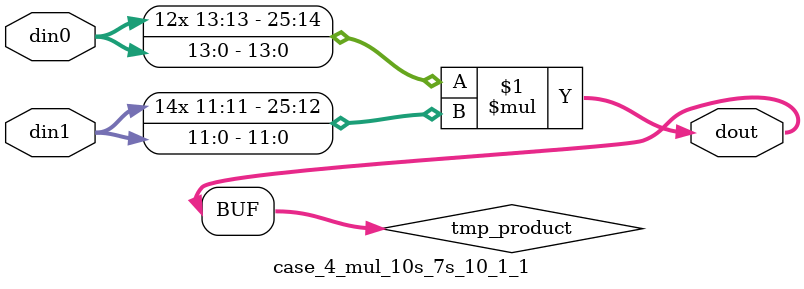
<source format=v>

`timescale 1 ns / 1 ps

 module case_4_mul_10s_7s_10_1_1(din0, din1, dout);
parameter ID = 1;
parameter NUM_STAGE = 0;
parameter din0_WIDTH = 14;
parameter din1_WIDTH = 12;
parameter dout_WIDTH = 26;

input [din0_WIDTH - 1 : 0] din0; 
input [din1_WIDTH - 1 : 0] din1; 
output [dout_WIDTH - 1 : 0] dout;

wire signed [dout_WIDTH - 1 : 0] tmp_product;



























assign tmp_product = $signed(din0) * $signed(din1);








assign dout = tmp_product;





















endmodule

</source>
